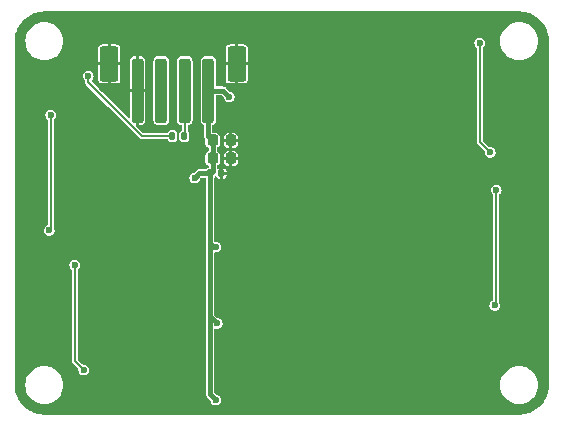
<source format=gbl>
G04 #@! TF.GenerationSoftware,KiCad,Pcbnew,(6.0.0)*
G04 #@! TF.CreationDate,2022-04-16T23:03:05-07:00*
G04 #@! TF.ProjectId,YellCubeLights,59656c6c-4375-4626-954c-69676874732e,rev?*
G04 #@! TF.SameCoordinates,Original*
G04 #@! TF.FileFunction,Copper,L2,Bot*
G04 #@! TF.FilePolarity,Positive*
%FSLAX46Y46*%
G04 Gerber Fmt 4.6, Leading zero omitted, Abs format (unit mm)*
G04 Created by KiCad (PCBNEW (6.0.0)) date 2022-04-16 23:03:05*
%MOMM*%
%LPD*%
G01*
G04 APERTURE LIST*
G04 Aperture macros list*
%AMRoundRect*
0 Rectangle with rounded corners*
0 $1 Rounding radius*
0 $2 $3 $4 $5 $6 $7 $8 $9 X,Y pos of 4 corners*
0 Add a 4 corners polygon primitive as box body*
4,1,4,$2,$3,$4,$5,$6,$7,$8,$9,$2,$3,0*
0 Add four circle primitives for the rounded corners*
1,1,$1+$1,$2,$3*
1,1,$1+$1,$4,$5*
1,1,$1+$1,$6,$7*
1,1,$1+$1,$8,$9*
0 Add four rect primitives between the rounded corners*
20,1,$1+$1,$2,$3,$4,$5,0*
20,1,$1+$1,$4,$5,$6,$7,0*
20,1,$1+$1,$6,$7,$8,$9,0*
20,1,$1+$1,$8,$9,$2,$3,0*%
G04 Aperture macros list end*
G04 #@! TA.AperFunction,SMDPad,CuDef*
%ADD10RoundRect,0.250000X0.250000X2.500000X-0.250000X2.500000X-0.250000X-2.500000X0.250000X-2.500000X0*%
G04 #@! TD*
G04 #@! TA.AperFunction,SMDPad,CuDef*
%ADD11RoundRect,0.250000X0.550000X1.250000X-0.550000X1.250000X-0.550000X-1.250000X0.550000X-1.250000X0*%
G04 #@! TD*
G04 #@! TA.AperFunction,SMDPad,CuDef*
%ADD12RoundRect,0.225000X-0.225000X-0.250000X0.225000X-0.250000X0.225000X0.250000X-0.225000X0.250000X0*%
G04 #@! TD*
G04 #@! TA.AperFunction,SMDPad,CuDef*
%ADD13RoundRect,0.140000X-0.140000X-0.170000X0.140000X-0.170000X0.140000X0.170000X-0.140000X0.170000X0*%
G04 #@! TD*
G04 #@! TA.AperFunction,SMDPad,CuDef*
%ADD14RoundRect,0.135000X0.135000X0.185000X-0.135000X0.185000X-0.135000X-0.185000X0.135000X-0.185000X0*%
G04 #@! TD*
G04 #@! TA.AperFunction,ViaPad*
%ADD15C,0.600000*%
G04 #@! TD*
G04 #@! TA.AperFunction,Conductor*
%ADD16C,0.381000*%
G04 #@! TD*
G04 #@! TA.AperFunction,Conductor*
%ADD17C,0.200000*%
G04 #@! TD*
G04 APERTURE END LIST*
D10*
X144412000Y-85943000D03*
X142412000Y-85943000D03*
X140412000Y-85943000D03*
X138412000Y-85943000D03*
D11*
X136012000Y-83693000D03*
X146812000Y-83693000D03*
D12*
X144767000Y-91694000D03*
X146317000Y-91694000D03*
D13*
X144554000Y-92964000D03*
X145514000Y-92964000D03*
D14*
X142369000Y-89789000D03*
X141349000Y-89789000D03*
D12*
X144767000Y-90170000D03*
X146317000Y-90170000D03*
D15*
X145161000Y-105664000D03*
X145034000Y-99187000D03*
X143256000Y-93345000D03*
X146177000Y-86487000D03*
X145034000Y-112141000D03*
X142748000Y-99822000D03*
X137922000Y-94361000D03*
X142875000Y-106045000D03*
X172593000Y-106172000D03*
X145690895Y-88011000D03*
X152781000Y-82550000D03*
X143383000Y-86487000D03*
X143383000Y-94615000D03*
X158242000Y-112014000D03*
X136652000Y-88900000D03*
X137287000Y-82550000D03*
X172904419Y-99750411D03*
X138049000Y-107061000D03*
X129286000Y-87249000D03*
X165608000Y-99695000D03*
X153162000Y-94234000D03*
X158115000Y-99695000D03*
X158115000Y-106045000D03*
X165735000Y-86487000D03*
X135509000Y-105537000D03*
X137541000Y-86614000D03*
X168275000Y-88011000D03*
X160782000Y-94361000D03*
X143764000Y-107950000D03*
X165608000Y-106045000D03*
X158242000Y-86487000D03*
X153162000Y-88011000D03*
X160655000Y-100711000D03*
X150622000Y-112014000D03*
X150622000Y-86487000D03*
X165608000Y-93345000D03*
X145542000Y-94361000D03*
X145161000Y-82550000D03*
X135382000Y-93345000D03*
X138049000Y-100711000D03*
X135382000Y-99695000D03*
X160655000Y-88011000D03*
X150495000Y-106045000D03*
X153162000Y-100711000D03*
X129286000Y-93599000D03*
X143002000Y-112014000D03*
X129413000Y-99949000D03*
X143764000Y-101600000D03*
X165735000Y-112014000D03*
X168231100Y-100838000D03*
X158115000Y-93345000D03*
X160655000Y-107061000D03*
X153162000Y-107188000D03*
X160147000Y-82550000D03*
X150368000Y-99822000D03*
X150495000Y-93345000D03*
X142875000Y-92329000D03*
X166497000Y-95250000D03*
X166116000Y-88900000D03*
X172866694Y-92348394D03*
X134239000Y-84709000D03*
X167386000Y-81915000D03*
X168275000Y-91186000D03*
X131064000Y-88011000D03*
X130937000Y-97790000D03*
X168783000Y-94361000D03*
X168656000Y-104140000D03*
X133858000Y-109601000D03*
X133096000Y-100711000D03*
D16*
X144554000Y-98834000D02*
X144554000Y-105057000D01*
X144554000Y-105057000D02*
X145161000Y-105664000D01*
X144907000Y-99187000D02*
X145034000Y-99187000D01*
X144554000Y-98834000D02*
X144907000Y-99187000D01*
X143637000Y-92964000D02*
X143256000Y-93345000D01*
X145633000Y-85943000D02*
X146177000Y-86487000D01*
X144412000Y-85943000D02*
X145633000Y-85943000D01*
X144767000Y-92751000D02*
X144554000Y-92964000D01*
X144554000Y-92964000D02*
X143637000Y-92964000D01*
X144412000Y-85943000D02*
X144412000Y-89815000D01*
X144767000Y-90170000D02*
X144767000Y-91694000D01*
X144767000Y-91694000D02*
X144767000Y-92751000D01*
X144412000Y-89815000D02*
X144767000Y-90170000D01*
X144554000Y-105057000D02*
X144554000Y-111661000D01*
X144554000Y-92964000D02*
X144554000Y-98834000D01*
X144554000Y-111661000D02*
X145034000Y-112141000D01*
D17*
X138798178Y-89789000D02*
X136144000Y-87134822D01*
X136144000Y-87134822D02*
X134239000Y-85229822D01*
X141349000Y-89789000D02*
X138798178Y-89789000D01*
X134239000Y-85229822D02*
X134239000Y-84709000D01*
X167386000Y-90297000D02*
X167386000Y-81915000D01*
X168275000Y-91186000D02*
X167386000Y-90297000D01*
X131064000Y-88011000D02*
X131064000Y-97663000D01*
X131064000Y-97663000D02*
X130937000Y-97790000D01*
X168783000Y-94361000D02*
X168783000Y-104013000D01*
X168783000Y-104013000D02*
X168656000Y-104140000D01*
X133096000Y-108839000D02*
X133858000Y-109601000D01*
X133096000Y-100711000D02*
X133096000Y-108839000D01*
X142412000Y-85943000D02*
X142412000Y-89746000D01*
X142412000Y-89746000D02*
X142369000Y-89789000D01*
G04 #@! TA.AperFunction,Conductor*
G36*
X170697862Y-79248926D02*
G01*
X170722000Y-79252749D01*
X170727846Y-79251823D01*
X170727849Y-79251823D01*
X170735590Y-79250597D01*
X170751894Y-79249808D01*
X171021095Y-79266092D01*
X171030109Y-79267187D01*
X171320360Y-79320377D01*
X171329177Y-79322550D01*
X171455575Y-79361937D01*
X171610911Y-79410342D01*
X171619391Y-79413558D01*
X171888491Y-79534670D01*
X171896527Y-79538887D01*
X172149074Y-79691557D01*
X172156533Y-79696706D01*
X172388827Y-79878697D01*
X172395624Y-79884719D01*
X172604281Y-80093376D01*
X172610303Y-80100173D01*
X172792294Y-80332467D01*
X172797443Y-80339926D01*
X172874962Y-80468158D01*
X172950112Y-80592471D01*
X172954330Y-80600509D01*
X173053605Y-80821087D01*
X173075440Y-80869603D01*
X173078660Y-80878094D01*
X173166450Y-81159823D01*
X173168623Y-81168640D01*
X173221813Y-81458891D01*
X173222908Y-81467905D01*
X173239192Y-81737106D01*
X173238403Y-81753410D01*
X173237177Y-81761151D01*
X173236251Y-81767000D01*
X173237177Y-81772846D01*
X173240074Y-81791137D01*
X173241000Y-81802901D01*
X173241000Y-110831099D01*
X173240074Y-110842862D01*
X173236251Y-110867000D01*
X173237177Y-110872846D01*
X173237177Y-110872849D01*
X173238403Y-110880590D01*
X173239192Y-110896894D01*
X173222908Y-111166095D01*
X173221813Y-111175109D01*
X173168623Y-111465360D01*
X173166450Y-111474177D01*
X173129380Y-111593140D01*
X173098764Y-111691391D01*
X173078660Y-111755906D01*
X173075442Y-111764391D01*
X172969406Y-111999995D01*
X172954332Y-112033488D01*
X172950113Y-112041527D01*
X172797443Y-112294074D01*
X172792294Y-112301533D01*
X172629165Y-112509752D01*
X172610303Y-112533827D01*
X172604281Y-112540624D01*
X172395624Y-112749281D01*
X172388827Y-112755303D01*
X172156533Y-112937294D01*
X172149074Y-112942443D01*
X171896529Y-113095112D01*
X171888491Y-113099330D01*
X171619391Y-113220442D01*
X171610911Y-113223658D01*
X171455575Y-113272063D01*
X171329177Y-113311450D01*
X171320360Y-113313623D01*
X171030109Y-113366813D01*
X171021095Y-113367908D01*
X170751894Y-113384192D01*
X170735590Y-113383403D01*
X170727849Y-113382177D01*
X170727846Y-113382177D01*
X170722000Y-113381251D01*
X170700300Y-113384688D01*
X170697863Y-113385074D01*
X170686099Y-113386000D01*
X130557901Y-113386000D01*
X130546137Y-113385074D01*
X130543700Y-113384688D01*
X130522000Y-113381251D01*
X130516154Y-113382177D01*
X130516151Y-113382177D01*
X130508410Y-113383403D01*
X130492106Y-113384192D01*
X130222905Y-113367908D01*
X130213891Y-113366813D01*
X129923640Y-113313623D01*
X129914823Y-113311450D01*
X129788425Y-113272063D01*
X129633089Y-113223658D01*
X129624609Y-113220442D01*
X129355509Y-113099330D01*
X129347471Y-113095112D01*
X129094926Y-112942443D01*
X129087467Y-112937294D01*
X128855173Y-112755303D01*
X128848376Y-112749281D01*
X128639719Y-112540624D01*
X128633697Y-112533827D01*
X128614835Y-112509752D01*
X128451706Y-112301533D01*
X128446557Y-112294074D01*
X128293887Y-112041527D01*
X128289668Y-112033488D01*
X128274594Y-111999995D01*
X128168558Y-111764391D01*
X128165340Y-111755906D01*
X128145237Y-111691391D01*
X128114620Y-111593140D01*
X128077550Y-111474177D01*
X128075377Y-111465360D01*
X128022187Y-111175109D01*
X128021092Y-111166095D01*
X128004808Y-110896894D01*
X128005597Y-110880590D01*
X128006823Y-110872849D01*
X128006823Y-110872846D01*
X128007747Y-110867012D01*
X128916540Y-110867012D01*
X128936306Y-111118160D01*
X128995116Y-111363123D01*
X129091523Y-111595871D01*
X129093068Y-111598393D01*
X129093070Y-111598396D01*
X129146763Y-111686014D01*
X129223153Y-111810671D01*
X129386765Y-112002236D01*
X129578330Y-112165848D01*
X129580853Y-112167394D01*
X129790605Y-112295931D01*
X129790608Y-112295933D01*
X129793130Y-112297478D01*
X129802937Y-112301540D01*
X130023144Y-112392753D01*
X130023149Y-112392755D01*
X130025878Y-112393885D01*
X130028755Y-112394576D01*
X130028759Y-112394577D01*
X130255557Y-112449026D01*
X130270841Y-112452695D01*
X130273785Y-112452927D01*
X130273787Y-112452927D01*
X130457629Y-112467396D01*
X130457637Y-112467396D01*
X130459107Y-112467512D01*
X130584871Y-112467512D01*
X130586341Y-112467396D01*
X130586349Y-112467396D01*
X130770191Y-112452927D01*
X130770193Y-112452927D01*
X130773137Y-112452695D01*
X130788421Y-112449026D01*
X131015219Y-112394577D01*
X131015223Y-112394576D01*
X131018100Y-112393885D01*
X131020829Y-112392755D01*
X131020834Y-112392753D01*
X131241041Y-112301540D01*
X131250848Y-112297478D01*
X131253370Y-112295933D01*
X131253373Y-112295931D01*
X131463125Y-112167394D01*
X131465648Y-112165848D01*
X131657213Y-112002236D01*
X131820825Y-111810671D01*
X131897215Y-111686014D01*
X131950908Y-111598396D01*
X131950910Y-111598393D01*
X131952455Y-111595871D01*
X132048862Y-111363123D01*
X132107672Y-111118160D01*
X132127438Y-110867012D01*
X132107672Y-110615864D01*
X132048862Y-110370901D01*
X131952455Y-110138153D01*
X131900132Y-110052769D01*
X131822371Y-109925876D01*
X131820825Y-109923353D01*
X131657213Y-109731788D01*
X131465648Y-109568176D01*
X131376969Y-109513833D01*
X131253373Y-109438093D01*
X131253370Y-109438091D01*
X131250848Y-109436546D01*
X131064509Y-109359362D01*
X131020834Y-109341271D01*
X131020829Y-109341269D01*
X131018100Y-109340139D01*
X131015223Y-109339448D01*
X131015219Y-109339447D01*
X130776011Y-109282019D01*
X130773137Y-109281329D01*
X130770193Y-109281097D01*
X130770191Y-109281097D01*
X130586349Y-109266628D01*
X130586341Y-109266628D01*
X130584871Y-109266512D01*
X130459107Y-109266512D01*
X130457637Y-109266628D01*
X130457629Y-109266628D01*
X130273787Y-109281097D01*
X130273785Y-109281097D01*
X130270841Y-109281329D01*
X130267967Y-109282019D01*
X130028759Y-109339447D01*
X130028755Y-109339448D01*
X130025878Y-109340139D01*
X130023149Y-109341269D01*
X130023144Y-109341271D01*
X129979469Y-109359362D01*
X129793130Y-109436546D01*
X129790608Y-109438091D01*
X129790605Y-109438093D01*
X129667009Y-109513833D01*
X129578330Y-109568176D01*
X129386765Y-109731788D01*
X129223153Y-109923353D01*
X129221607Y-109925876D01*
X129143847Y-110052769D01*
X129091523Y-110138153D01*
X128995116Y-110370901D01*
X128936306Y-110615864D01*
X128916540Y-110867012D01*
X128007747Y-110867012D01*
X128007749Y-110867000D01*
X128003926Y-110842862D01*
X128003000Y-110831099D01*
X128003000Y-100705410D01*
X132638477Y-100705410D01*
X132639171Y-100710717D01*
X132639171Y-100710720D01*
X132641045Y-100725049D01*
X132655298Y-100834046D01*
X132707547Y-100952791D01*
X132791023Y-101052098D01*
X132795482Y-101055066D01*
X132809569Y-101064443D01*
X132840059Y-101105873D01*
X132843100Y-101127043D01*
X132843100Y-108806684D01*
X132841655Y-108821352D01*
X132838145Y-108839000D01*
X132843100Y-108863911D01*
X132857773Y-108937677D01*
X132913669Y-109021331D01*
X132919826Y-109025445D01*
X132928629Y-109031327D01*
X132940024Y-109040679D01*
X133165974Y-109266628D01*
X133386172Y-109486826D01*
X133407912Y-109533446D01*
X133407303Y-109551569D01*
X133403440Y-109576381D01*
X133400477Y-109595410D01*
X133401171Y-109600717D01*
X133401171Y-109600720D01*
X133403045Y-109615049D01*
X133417298Y-109724046D01*
X133419457Y-109728952D01*
X133419457Y-109728953D01*
X133422041Y-109734826D01*
X133469547Y-109842791D01*
X133553023Y-109942098D01*
X133661017Y-110013984D01*
X133784845Y-110052671D01*
X133851716Y-110053896D01*
X133909193Y-110054950D01*
X133909195Y-110054950D01*
X133914555Y-110055048D01*
X133919726Y-110053638D01*
X133919728Y-110053638D01*
X133987058Y-110035282D01*
X134039718Y-110020925D01*
X134150273Y-109953044D01*
X134153865Y-109949076D01*
X134153867Y-109949074D01*
X134190481Y-109908623D01*
X134237332Y-109856863D01*
X134293897Y-109740112D01*
X134315420Y-109612179D01*
X134315557Y-109601000D01*
X134315145Y-109598122D01*
X134297925Y-109477876D01*
X134297924Y-109477873D01*
X134297166Y-109472579D01*
X134280783Y-109436546D01*
X134245689Y-109359362D01*
X134245688Y-109359361D01*
X134243470Y-109354482D01*
X134231112Y-109340139D01*
X134162282Y-109260258D01*
X134162281Y-109260257D01*
X134158787Y-109256202D01*
X134049923Y-109185640D01*
X134007367Y-109172913D01*
X133930765Y-109150004D01*
X133930762Y-109150004D01*
X133925631Y-109148469D01*
X133920276Y-109148436D01*
X133920274Y-109148436D01*
X133795902Y-109147676D01*
X133795915Y-109145575D01*
X133753748Y-109136454D01*
X133740653Y-109125998D01*
X133370926Y-108756271D01*
X133349186Y-108709651D01*
X133348900Y-108703097D01*
X133348900Y-101129290D01*
X133366493Y-101080952D01*
X133379777Y-101069497D01*
X133379587Y-101069268D01*
X133383709Y-101065847D01*
X133388273Y-101063044D01*
X133391865Y-101059076D01*
X133391867Y-101059074D01*
X133428481Y-101018623D01*
X133475332Y-100966863D01*
X133531897Y-100850112D01*
X133553420Y-100722179D01*
X133553557Y-100711000D01*
X133553145Y-100708122D01*
X133535925Y-100587876D01*
X133535924Y-100587873D01*
X133535166Y-100582579D01*
X133481470Y-100464482D01*
X133473969Y-100455776D01*
X133400282Y-100370258D01*
X133400281Y-100370257D01*
X133396787Y-100366202D01*
X133391157Y-100362553D01*
X133292416Y-100298552D01*
X133292415Y-100298551D01*
X133287923Y-100295640D01*
X133245367Y-100282913D01*
X133168765Y-100260004D01*
X133168762Y-100260004D01*
X133163631Y-100258469D01*
X133158276Y-100258436D01*
X133158274Y-100258436D01*
X133100164Y-100258081D01*
X133033902Y-100257676D01*
X132909166Y-100293326D01*
X132799448Y-100362553D01*
X132713570Y-100459791D01*
X132658436Y-100577223D01*
X132638477Y-100705410D01*
X128003000Y-100705410D01*
X128003000Y-97784410D01*
X130479477Y-97784410D01*
X130480171Y-97789717D01*
X130480171Y-97789720D01*
X130482045Y-97804049D01*
X130496298Y-97913046D01*
X130548547Y-98031791D01*
X130632023Y-98131098D01*
X130740017Y-98202984D01*
X130863845Y-98241671D01*
X130930716Y-98242896D01*
X130988193Y-98243950D01*
X130988195Y-98243950D01*
X130993555Y-98244048D01*
X130998726Y-98242638D01*
X130998728Y-98242638D01*
X131066058Y-98224282D01*
X131118718Y-98209925D01*
X131229273Y-98142044D01*
X131232865Y-98138076D01*
X131232867Y-98138074D01*
X131269481Y-98097623D01*
X131316332Y-98045863D01*
X131372897Y-97929112D01*
X131394420Y-97801179D01*
X131394557Y-97790000D01*
X131394145Y-97787122D01*
X131376925Y-97666876D01*
X131376924Y-97666873D01*
X131376166Y-97661579D01*
X131323644Y-97546064D01*
X131316900Y-97514939D01*
X131316900Y-93339410D01*
X142798477Y-93339410D01*
X142799171Y-93344717D01*
X142799171Y-93344720D01*
X142803349Y-93376668D01*
X142815298Y-93468046D01*
X142867547Y-93586791D01*
X142951023Y-93686098D01*
X143059017Y-93757984D01*
X143182845Y-93796671D01*
X143249716Y-93797896D01*
X143307193Y-93798950D01*
X143307195Y-93798950D01*
X143312555Y-93799048D01*
X143317726Y-93797638D01*
X143317728Y-93797638D01*
X143385058Y-93779282D01*
X143437718Y-93764925D01*
X143548273Y-93697044D01*
X143551865Y-93693076D01*
X143551867Y-93693074D01*
X143588481Y-93652623D01*
X143635332Y-93600863D01*
X143691897Y-93484112D01*
X143701606Y-93426400D01*
X143705986Y-93400369D01*
X143726970Y-93359671D01*
X143757215Y-93329426D01*
X143803835Y-93307686D01*
X143810389Y-93307400D01*
X144135400Y-93307400D01*
X144183738Y-93324993D01*
X144209458Y-93369542D01*
X144210600Y-93382600D01*
X144210600Y-98815730D01*
X144210314Y-98822284D01*
X144206630Y-98864391D01*
X144208333Y-98870746D01*
X144208630Y-98874142D01*
X144210600Y-98889109D01*
X144210600Y-105038730D01*
X144210314Y-105045284D01*
X144206630Y-105087391D01*
X144208333Y-105093746D01*
X144208630Y-105097142D01*
X144210600Y-105112109D01*
X144210600Y-111642730D01*
X144210314Y-111649284D01*
X144206630Y-111691391D01*
X144208333Y-111697747D01*
X144217573Y-111732235D01*
X144218992Y-111738637D01*
X144226332Y-111780261D01*
X144229622Y-111785960D01*
X144230787Y-111789160D01*
X144234835Y-111798935D01*
X144236271Y-111802015D01*
X144237973Y-111808366D01*
X144241746Y-111813754D01*
X144241747Y-111813757D01*
X144262222Y-111843000D01*
X144265745Y-111848529D01*
X144283593Y-111879441D01*
X144283595Y-111879444D01*
X144286883Y-111885138D01*
X144291919Y-111889364D01*
X144291921Y-111889366D01*
X144319264Y-111912309D01*
X144324100Y-111916741D01*
X144563472Y-112156113D01*
X144584862Y-112199536D01*
X144593298Y-112264046D01*
X144595457Y-112268952D01*
X144595457Y-112268953D01*
X144607328Y-112295931D01*
X144645547Y-112382791D01*
X144729023Y-112482098D01*
X144837017Y-112553984D01*
X144960845Y-112592671D01*
X145027716Y-112593896D01*
X145085193Y-112594950D01*
X145085195Y-112594950D01*
X145090555Y-112595048D01*
X145095726Y-112593638D01*
X145095728Y-112593638D01*
X145163058Y-112575282D01*
X145215718Y-112560925D01*
X145326273Y-112493044D01*
X145329865Y-112489076D01*
X145329867Y-112489074D01*
X145366481Y-112448623D01*
X145413332Y-112396863D01*
X145469897Y-112280112D01*
X145491420Y-112152179D01*
X145491557Y-112141000D01*
X145476755Y-112037638D01*
X145473925Y-112017876D01*
X145473924Y-112017873D01*
X145473166Y-112012579D01*
X145419470Y-111894482D01*
X145377429Y-111845690D01*
X145338282Y-111800258D01*
X145338281Y-111800257D01*
X145334787Y-111796202D01*
X145245975Y-111738637D01*
X145230416Y-111728552D01*
X145230415Y-111728551D01*
X145225923Y-111725640D01*
X145183367Y-111712913D01*
X145106765Y-111690004D01*
X145106762Y-111690004D01*
X145101631Y-111688469D01*
X145096275Y-111688436D01*
X145090973Y-111687644D01*
X145091217Y-111686014D01*
X145049540Y-111670550D01*
X145045061Y-111666420D01*
X144919426Y-111540785D01*
X144897686Y-111494165D01*
X144897400Y-111487611D01*
X144897400Y-110867012D01*
X169116562Y-110867012D01*
X169136328Y-111118160D01*
X169195138Y-111363123D01*
X169291545Y-111595871D01*
X169293090Y-111598393D01*
X169293092Y-111598396D01*
X169346785Y-111686014D01*
X169423175Y-111810671D01*
X169586787Y-112002236D01*
X169778352Y-112165848D01*
X169780875Y-112167394D01*
X169990627Y-112295931D01*
X169990630Y-112295933D01*
X169993152Y-112297478D01*
X170002959Y-112301540D01*
X170223166Y-112392753D01*
X170223171Y-112392755D01*
X170225900Y-112393885D01*
X170228777Y-112394576D01*
X170228781Y-112394577D01*
X170455579Y-112449026D01*
X170470863Y-112452695D01*
X170473807Y-112452927D01*
X170473809Y-112452927D01*
X170657651Y-112467396D01*
X170657659Y-112467396D01*
X170659129Y-112467512D01*
X170784893Y-112467512D01*
X170786363Y-112467396D01*
X170786371Y-112467396D01*
X170970213Y-112452927D01*
X170970215Y-112452927D01*
X170973159Y-112452695D01*
X170988443Y-112449026D01*
X171215241Y-112394577D01*
X171215245Y-112394576D01*
X171218122Y-112393885D01*
X171220851Y-112392755D01*
X171220856Y-112392753D01*
X171441063Y-112301540D01*
X171450870Y-112297478D01*
X171453392Y-112295933D01*
X171453395Y-112295931D01*
X171663147Y-112167394D01*
X171665670Y-112165848D01*
X171857235Y-112002236D01*
X172020847Y-111810671D01*
X172097237Y-111686014D01*
X172150930Y-111598396D01*
X172150932Y-111598393D01*
X172152477Y-111595871D01*
X172248884Y-111363123D01*
X172307694Y-111118160D01*
X172327460Y-110867012D01*
X172307694Y-110615864D01*
X172248884Y-110370901D01*
X172152477Y-110138153D01*
X172100154Y-110052769D01*
X172022393Y-109925876D01*
X172020847Y-109923353D01*
X171857235Y-109731788D01*
X171665670Y-109568176D01*
X171576991Y-109513833D01*
X171453395Y-109438093D01*
X171453392Y-109438091D01*
X171450870Y-109436546D01*
X171264531Y-109359362D01*
X171220856Y-109341271D01*
X171220851Y-109341269D01*
X171218122Y-109340139D01*
X171215245Y-109339448D01*
X171215241Y-109339447D01*
X170976033Y-109282019D01*
X170973159Y-109281329D01*
X170970215Y-109281097D01*
X170970213Y-109281097D01*
X170786371Y-109266628D01*
X170786363Y-109266628D01*
X170784893Y-109266512D01*
X170659129Y-109266512D01*
X170657659Y-109266628D01*
X170657651Y-109266628D01*
X170473809Y-109281097D01*
X170473807Y-109281097D01*
X170470863Y-109281329D01*
X170467989Y-109282019D01*
X170228781Y-109339447D01*
X170228777Y-109339448D01*
X170225900Y-109340139D01*
X170223171Y-109341269D01*
X170223166Y-109341271D01*
X170179491Y-109359362D01*
X169993152Y-109436546D01*
X169990630Y-109438091D01*
X169990627Y-109438093D01*
X169867031Y-109513833D01*
X169778352Y-109568176D01*
X169586787Y-109731788D01*
X169423175Y-109923353D01*
X169421629Y-109925876D01*
X169343869Y-110052769D01*
X169291545Y-110138153D01*
X169195138Y-110370901D01*
X169136328Y-110615864D01*
X169116562Y-110867012D01*
X144897400Y-110867012D01*
X144897400Y-106158450D01*
X144914993Y-106110112D01*
X144959542Y-106084392D01*
X144995025Y-106086672D01*
X145034724Y-106099075D01*
X145087845Y-106115671D01*
X145154716Y-106116896D01*
X145212193Y-106117950D01*
X145212195Y-106117950D01*
X145217555Y-106118048D01*
X145222726Y-106116638D01*
X145222728Y-106116638D01*
X145290058Y-106098282D01*
X145342718Y-106083925D01*
X145453273Y-106016044D01*
X145456865Y-106012076D01*
X145456867Y-106012074D01*
X145493481Y-105971623D01*
X145540332Y-105919863D01*
X145596897Y-105803112D01*
X145618420Y-105675179D01*
X145618557Y-105664000D01*
X145600166Y-105535579D01*
X145546470Y-105417482D01*
X145461787Y-105319202D01*
X145352923Y-105248640D01*
X145310367Y-105235913D01*
X145233765Y-105213004D01*
X145233762Y-105213004D01*
X145228631Y-105211469D01*
X145223275Y-105211436D01*
X145217973Y-105210644D01*
X145218217Y-105209014D01*
X145176540Y-105193550D01*
X145172061Y-105189420D01*
X144919426Y-104936785D01*
X144897686Y-104890165D01*
X144897400Y-104883611D01*
X144897400Y-104134410D01*
X168198477Y-104134410D01*
X168199171Y-104139717D01*
X168199171Y-104139720D01*
X168201045Y-104154049D01*
X168215298Y-104263046D01*
X168267547Y-104381791D01*
X168351023Y-104481098D01*
X168459017Y-104552984D01*
X168582845Y-104591671D01*
X168649716Y-104592896D01*
X168707193Y-104593950D01*
X168707195Y-104593950D01*
X168712555Y-104594048D01*
X168717726Y-104592638D01*
X168717728Y-104592638D01*
X168785058Y-104574282D01*
X168837718Y-104559925D01*
X168948273Y-104492044D01*
X168951865Y-104488076D01*
X168951867Y-104488074D01*
X168988481Y-104447623D01*
X169035332Y-104395863D01*
X169091897Y-104279112D01*
X169113420Y-104151179D01*
X169113557Y-104140000D01*
X169113145Y-104137122D01*
X169095925Y-104016876D01*
X169095924Y-104016873D01*
X169095166Y-104011579D01*
X169042644Y-103896064D01*
X169035900Y-103864939D01*
X169035900Y-94779290D01*
X169053493Y-94730952D01*
X169066777Y-94719497D01*
X169066587Y-94719268D01*
X169070709Y-94715847D01*
X169075273Y-94713044D01*
X169078865Y-94709076D01*
X169078867Y-94709074D01*
X169115481Y-94668623D01*
X169162332Y-94616863D01*
X169218897Y-94500112D01*
X169240420Y-94372179D01*
X169240557Y-94361000D01*
X169240145Y-94358122D01*
X169222925Y-94237876D01*
X169222924Y-94237873D01*
X169222166Y-94232579D01*
X169168470Y-94114482D01*
X169160969Y-94105776D01*
X169087282Y-94020258D01*
X169087281Y-94020257D01*
X169083787Y-94016202D01*
X169078157Y-94012553D01*
X168979416Y-93948552D01*
X168979415Y-93948551D01*
X168974923Y-93945640D01*
X168932367Y-93932913D01*
X168855765Y-93910004D01*
X168855762Y-93910004D01*
X168850631Y-93908469D01*
X168845276Y-93908436D01*
X168845274Y-93908436D01*
X168787164Y-93908081D01*
X168720902Y-93907676D01*
X168596166Y-93943326D01*
X168486448Y-94012553D01*
X168400570Y-94109791D01*
X168345436Y-94227223D01*
X168325477Y-94355410D01*
X168326171Y-94360717D01*
X168326171Y-94360720D01*
X168328045Y-94375049D01*
X168342298Y-94484046D01*
X168394547Y-94602791D01*
X168478023Y-94702098D01*
X168482482Y-94705066D01*
X168496569Y-94714443D01*
X168527059Y-94755873D01*
X168530100Y-94777043D01*
X168530100Y-103648192D01*
X168512507Y-103696530D01*
X168479023Y-103718254D01*
X168479207Y-103718666D01*
X168476565Y-103719848D01*
X168475566Y-103720496D01*
X168474319Y-103720852D01*
X168474311Y-103720856D01*
X168469166Y-103722326D01*
X168359448Y-103791553D01*
X168273570Y-103888791D01*
X168218436Y-104006223D01*
X168198477Y-104134410D01*
X144897400Y-104134410D01*
X144897400Y-99714099D01*
X144914993Y-99665761D01*
X144959542Y-99640041D01*
X144973978Y-99638912D01*
X145085193Y-99640950D01*
X145085195Y-99640950D01*
X145090555Y-99641048D01*
X145095726Y-99639638D01*
X145095728Y-99639638D01*
X145171981Y-99618849D01*
X145215718Y-99606925D01*
X145326273Y-99539044D01*
X145329865Y-99535076D01*
X145329867Y-99535074D01*
X145366481Y-99494623D01*
X145413332Y-99442863D01*
X145469897Y-99326112D01*
X145491420Y-99198179D01*
X145491557Y-99187000D01*
X145473166Y-99058579D01*
X145419470Y-98940482D01*
X145375205Y-98889109D01*
X145338282Y-98846258D01*
X145338281Y-98846257D01*
X145334787Y-98842202D01*
X145225923Y-98771640D01*
X145183367Y-98758913D01*
X145106765Y-98736004D01*
X145106762Y-98736004D01*
X145101631Y-98734469D01*
X145096276Y-98734436D01*
X145096274Y-98734436D01*
X144972140Y-98733677D01*
X144923911Y-98715788D01*
X144898464Y-98671083D01*
X144897400Y-98658478D01*
X144897400Y-93375992D01*
X144914993Y-93327654D01*
X144919379Y-93322864D01*
X144934957Y-93307259D01*
X144934958Y-93307258D01*
X144939862Y-93302345D01*
X144965487Y-93244384D01*
X145001123Y-93207288D01*
X145052267Y-93201778D01*
X145094988Y-93230431D01*
X145102990Y-93244265D01*
X145126033Y-93296142D01*
X145133762Y-93307388D01*
X145201028Y-93374537D01*
X145212293Y-93382250D01*
X145300395Y-93421200D01*
X145311186Y-93424142D01*
X145328392Y-93426148D01*
X145332731Y-93426400D01*
X145373741Y-93426400D01*
X145383898Y-93422703D01*
X145387000Y-93417331D01*
X145387000Y-93413140D01*
X145641000Y-93413140D01*
X145644697Y-93423297D01*
X145650069Y-93426399D01*
X145695227Y-93426399D01*
X145699644Y-93426137D01*
X145717337Y-93424033D01*
X145728092Y-93421077D01*
X145816144Y-93381966D01*
X145827388Y-93374238D01*
X145894537Y-93306972D01*
X145902250Y-93295707D01*
X145941200Y-93207605D01*
X145944142Y-93196814D01*
X145946148Y-93179608D01*
X145946400Y-93175269D01*
X145946400Y-93104259D01*
X145942703Y-93094102D01*
X145937331Y-93091000D01*
X145654259Y-93091000D01*
X145644102Y-93094697D01*
X145641000Y-93100069D01*
X145641000Y-93413140D01*
X145387000Y-93413140D01*
X145387000Y-92823741D01*
X145641000Y-92823741D01*
X145644697Y-92833898D01*
X145650069Y-92837000D01*
X145933140Y-92837000D01*
X145943297Y-92833303D01*
X145946399Y-92827931D01*
X145946399Y-92752773D01*
X145946137Y-92748356D01*
X145944033Y-92730663D01*
X145941077Y-92719908D01*
X145901966Y-92631856D01*
X145894238Y-92620612D01*
X145826972Y-92553463D01*
X145815707Y-92545750D01*
X145727605Y-92506800D01*
X145716814Y-92503858D01*
X145699608Y-92501852D01*
X145695269Y-92501600D01*
X145654259Y-92501600D01*
X145644102Y-92505297D01*
X145641000Y-92510669D01*
X145641000Y-92823741D01*
X145387000Y-92823741D01*
X145387000Y-92514860D01*
X145383303Y-92504703D01*
X145377931Y-92501601D01*
X145332773Y-92501601D01*
X145328356Y-92501863D01*
X145310663Y-92503967D01*
X145299908Y-92506923D01*
X145216127Y-92544137D01*
X145164809Y-92547681D01*
X145123220Y-92517409D01*
X145110400Y-92475412D01*
X145110400Y-92353741D01*
X145127993Y-92305403D01*
X145152456Y-92286239D01*
X145186885Y-92269336D01*
X145209450Y-92258257D01*
X145209451Y-92258256D01*
X145215026Y-92255519D01*
X145219413Y-92251125D01*
X145219415Y-92251123D01*
X145259253Y-92211215D01*
X145303908Y-92166482D01*
X145306637Y-92160898D01*
X145306639Y-92160896D01*
X145356595Y-92058695D01*
X145359157Y-92053454D01*
X145369900Y-91979815D01*
X145369900Y-91977018D01*
X145714601Y-91977018D01*
X145715002Y-91982488D01*
X145724669Y-92048168D01*
X145728095Y-92059193D01*
X145778155Y-92161155D01*
X145785289Y-92171120D01*
X145865415Y-92251104D01*
X145875397Y-92258225D01*
X145977449Y-92308109D01*
X145988463Y-92311513D01*
X146053530Y-92321006D01*
X146058963Y-92321400D01*
X146176741Y-92321400D01*
X146186898Y-92317703D01*
X146190000Y-92312331D01*
X146190000Y-92308140D01*
X146444000Y-92308140D01*
X146447697Y-92318297D01*
X146453069Y-92321399D01*
X146575018Y-92321399D01*
X146580488Y-92320998D01*
X146646168Y-92311331D01*
X146657193Y-92307905D01*
X146759155Y-92257845D01*
X146769120Y-92250711D01*
X146849104Y-92170585D01*
X146856225Y-92160603D01*
X146906109Y-92058551D01*
X146909513Y-92047537D01*
X146919006Y-91982470D01*
X146919400Y-91977037D01*
X146919400Y-91834259D01*
X146915703Y-91824102D01*
X146910331Y-91821000D01*
X146457259Y-91821000D01*
X146447102Y-91824697D01*
X146444000Y-91830069D01*
X146444000Y-92308140D01*
X146190000Y-92308140D01*
X146190000Y-91834259D01*
X146186303Y-91824102D01*
X146180931Y-91821000D01*
X145727860Y-91821000D01*
X145717703Y-91824697D01*
X145714601Y-91830069D01*
X145714601Y-91977018D01*
X145369900Y-91977018D01*
X145369899Y-91553741D01*
X145714600Y-91553741D01*
X145718297Y-91563898D01*
X145723669Y-91567000D01*
X146176741Y-91567000D01*
X146186898Y-91563303D01*
X146190000Y-91557931D01*
X146190000Y-91553741D01*
X146444000Y-91553741D01*
X146447697Y-91563898D01*
X146453069Y-91567000D01*
X146906140Y-91567000D01*
X146916297Y-91563303D01*
X146919399Y-91557931D01*
X146919399Y-91410982D01*
X146918998Y-91405512D01*
X146909331Y-91339832D01*
X146905905Y-91328807D01*
X146855845Y-91226845D01*
X146848711Y-91216880D01*
X146768585Y-91136896D01*
X146758603Y-91129775D01*
X146656551Y-91079891D01*
X146645537Y-91076487D01*
X146580470Y-91066994D01*
X146575037Y-91066600D01*
X146457259Y-91066600D01*
X146447102Y-91070297D01*
X146444000Y-91075669D01*
X146444000Y-91553741D01*
X146190000Y-91553741D01*
X146190000Y-91079860D01*
X146186303Y-91069703D01*
X146180931Y-91066601D01*
X146058982Y-91066601D01*
X146053512Y-91067002D01*
X145987832Y-91076669D01*
X145976807Y-91080095D01*
X145874845Y-91130155D01*
X145864880Y-91137289D01*
X145784896Y-91217415D01*
X145777775Y-91227397D01*
X145727891Y-91329449D01*
X145724487Y-91340463D01*
X145714994Y-91405530D01*
X145714600Y-91410963D01*
X145714600Y-91553741D01*
X145369899Y-91553741D01*
X145369899Y-91408186D01*
X145358966Y-91333905D01*
X145354649Y-91325112D01*
X145306257Y-91226550D01*
X145306256Y-91226549D01*
X145303519Y-91220974D01*
X145299124Y-91216586D01*
X145299122Y-91216584D01*
X145257584Y-91175119D01*
X145214482Y-91132092D01*
X145152576Y-91101832D01*
X145116875Y-91064798D01*
X145110400Y-91034271D01*
X145110400Y-90829741D01*
X145127993Y-90781403D01*
X145152456Y-90762239D01*
X145186885Y-90745336D01*
X145209450Y-90734257D01*
X145209451Y-90734256D01*
X145215026Y-90731519D01*
X145219413Y-90727125D01*
X145219415Y-90727123D01*
X145259253Y-90687215D01*
X145303908Y-90642482D01*
X145306637Y-90636898D01*
X145306639Y-90636896D01*
X145356595Y-90534695D01*
X145359157Y-90529454D01*
X145369900Y-90455815D01*
X145369900Y-90453018D01*
X145714601Y-90453018D01*
X145715002Y-90458488D01*
X145724669Y-90524168D01*
X145728095Y-90535193D01*
X145778155Y-90637155D01*
X145785289Y-90647120D01*
X145865415Y-90727104D01*
X145875397Y-90734225D01*
X145977449Y-90784109D01*
X145988463Y-90787513D01*
X146053530Y-90797006D01*
X146058963Y-90797400D01*
X146176741Y-90797400D01*
X146186898Y-90793703D01*
X146190000Y-90788331D01*
X146190000Y-90784140D01*
X146444000Y-90784140D01*
X146447697Y-90794297D01*
X146453069Y-90797399D01*
X146575018Y-90797399D01*
X146580488Y-90796998D01*
X146646168Y-90787331D01*
X146657193Y-90783905D01*
X146759155Y-90733845D01*
X146769120Y-90726711D01*
X146849104Y-90646585D01*
X146856225Y-90636603D01*
X146906109Y-90534551D01*
X146909513Y-90523537D01*
X146919006Y-90458470D01*
X146919400Y-90453037D01*
X146919400Y-90310259D01*
X146915703Y-90300102D01*
X146910331Y-90297000D01*
X146457259Y-90297000D01*
X146447102Y-90300697D01*
X146444000Y-90306069D01*
X146444000Y-90784140D01*
X146190000Y-90784140D01*
X146190000Y-90310259D01*
X146186303Y-90300102D01*
X146180931Y-90297000D01*
X145727860Y-90297000D01*
X145717703Y-90300697D01*
X145714601Y-90306069D01*
X145714601Y-90453018D01*
X145369900Y-90453018D01*
X145369899Y-90029741D01*
X145714600Y-90029741D01*
X145718297Y-90039898D01*
X145723669Y-90043000D01*
X146176741Y-90043000D01*
X146186898Y-90039303D01*
X146190000Y-90033931D01*
X146190000Y-90029741D01*
X146444000Y-90029741D01*
X146447697Y-90039898D01*
X146453069Y-90043000D01*
X146906140Y-90043000D01*
X146916297Y-90039303D01*
X146919399Y-90033931D01*
X146919399Y-89886982D01*
X146918998Y-89881512D01*
X146909331Y-89815832D01*
X146905905Y-89804807D01*
X146855845Y-89702845D01*
X146848711Y-89692880D01*
X146768585Y-89612896D01*
X146758603Y-89605775D01*
X146656551Y-89555891D01*
X146645537Y-89552487D01*
X146580470Y-89542994D01*
X146575037Y-89542600D01*
X146457259Y-89542600D01*
X146447102Y-89546297D01*
X146444000Y-89551669D01*
X146444000Y-90029741D01*
X146190000Y-90029741D01*
X146190000Y-89555860D01*
X146186303Y-89545703D01*
X146180931Y-89542601D01*
X146058982Y-89542601D01*
X146053512Y-89543002D01*
X145987832Y-89552669D01*
X145976807Y-89556095D01*
X145874845Y-89606155D01*
X145864880Y-89613289D01*
X145784896Y-89693415D01*
X145777775Y-89703397D01*
X145727891Y-89805449D01*
X145724487Y-89816463D01*
X145714994Y-89881530D01*
X145714600Y-89886963D01*
X145714600Y-90029741D01*
X145369899Y-90029741D01*
X145369899Y-89884186D01*
X145358966Y-89809905D01*
X145354110Y-89800015D01*
X145306257Y-89702550D01*
X145306256Y-89702549D01*
X145303519Y-89696974D01*
X145299124Y-89692586D01*
X145299122Y-89692584D01*
X145259161Y-89652694D01*
X145214482Y-89608092D01*
X145208898Y-89605363D01*
X145208896Y-89605361D01*
X145114185Y-89559066D01*
X145101454Y-89552843D01*
X145056584Y-89546297D01*
X145030518Y-89542494D01*
X145030513Y-89542494D01*
X145027815Y-89542100D01*
X145018272Y-89542100D01*
X144830599Y-89542101D01*
X144782263Y-89524508D01*
X144756543Y-89479960D01*
X144755400Y-89466901D01*
X144755400Y-88893678D01*
X144772993Y-88845340D01*
X144796458Y-88826675D01*
X144901771Y-88773016D01*
X144992016Y-88682771D01*
X145049957Y-88569055D01*
X145064900Y-88474708D01*
X145064900Y-86361600D01*
X145082493Y-86313262D01*
X145127042Y-86287542D01*
X145140100Y-86286400D01*
X145459611Y-86286400D01*
X145507949Y-86303993D01*
X145512785Y-86308426D01*
X145706472Y-86502113D01*
X145727862Y-86545536D01*
X145736298Y-86610046D01*
X145788547Y-86728791D01*
X145872023Y-86828098D01*
X145980017Y-86899984D01*
X146103845Y-86938671D01*
X146170716Y-86939896D01*
X146228193Y-86940950D01*
X146228195Y-86940950D01*
X146233555Y-86941048D01*
X146238726Y-86939638D01*
X146238728Y-86939638D01*
X146306058Y-86921282D01*
X146358718Y-86906925D01*
X146469273Y-86839044D01*
X146472865Y-86835076D01*
X146472867Y-86835074D01*
X146509481Y-86794623D01*
X146556332Y-86742863D01*
X146612897Y-86626112D01*
X146634420Y-86498179D01*
X146634557Y-86487000D01*
X146616166Y-86358579D01*
X146613950Y-86353705D01*
X146564689Y-86245362D01*
X146564688Y-86245361D01*
X146562470Y-86240482D01*
X146477787Y-86142202D01*
X146368923Y-86071640D01*
X146326367Y-86058913D01*
X146249765Y-86036004D01*
X146249762Y-86036004D01*
X146244631Y-86034469D01*
X146239275Y-86034436D01*
X146233973Y-86033644D01*
X146234217Y-86032014D01*
X146192540Y-86016550D01*
X146188061Y-86012420D01*
X145888740Y-85713099D01*
X145884307Y-85708262D01*
X145861366Y-85680922D01*
X145857138Y-85675883D01*
X145851444Y-85672595D01*
X145851441Y-85672593D01*
X145820529Y-85654745D01*
X145815000Y-85651222D01*
X145785757Y-85630747D01*
X145785754Y-85630746D01*
X145780366Y-85626973D01*
X145774015Y-85625271D01*
X145770935Y-85623835D01*
X145761160Y-85619787D01*
X145757960Y-85618622D01*
X145752261Y-85615332D01*
X145725002Y-85610525D01*
X145710637Y-85607992D01*
X145704235Y-85606573D01*
X145669747Y-85597333D01*
X145663391Y-85595630D01*
X145656839Y-85596203D01*
X145656837Y-85596203D01*
X145621284Y-85599314D01*
X145614730Y-85599600D01*
X145140100Y-85599600D01*
X145091762Y-85582007D01*
X145066042Y-85537458D01*
X145064900Y-85524400D01*
X145064900Y-84971716D01*
X145859600Y-84971716D01*
X145860062Y-84977588D01*
X145873598Y-85063051D01*
X145877211Y-85074171D01*
X145929705Y-85177196D01*
X145936584Y-85186663D01*
X146018337Y-85268416D01*
X146027804Y-85275295D01*
X146130829Y-85327789D01*
X146141949Y-85331402D01*
X146227412Y-85344938D01*
X146233284Y-85345400D01*
X146671741Y-85345400D01*
X146681898Y-85341703D01*
X146685000Y-85336331D01*
X146685000Y-85332141D01*
X146939000Y-85332141D01*
X146942697Y-85342298D01*
X146948069Y-85345400D01*
X147390716Y-85345400D01*
X147396588Y-85344938D01*
X147482051Y-85331402D01*
X147493171Y-85327789D01*
X147596196Y-85275295D01*
X147605663Y-85268416D01*
X147687416Y-85186663D01*
X147694295Y-85177196D01*
X147746789Y-85074171D01*
X147750402Y-85063051D01*
X147763938Y-84977588D01*
X147764400Y-84971716D01*
X147764400Y-83833259D01*
X147760703Y-83823102D01*
X147755331Y-83820000D01*
X146952259Y-83820000D01*
X146942102Y-83823697D01*
X146939000Y-83829069D01*
X146939000Y-85332141D01*
X146685000Y-85332141D01*
X146685000Y-83833259D01*
X146681303Y-83823102D01*
X146675931Y-83820000D01*
X145872859Y-83820000D01*
X145862702Y-83823697D01*
X145859600Y-83829069D01*
X145859600Y-84971716D01*
X145064900Y-84971716D01*
X145064900Y-83552741D01*
X145859600Y-83552741D01*
X145863297Y-83562898D01*
X145868669Y-83566000D01*
X146671741Y-83566000D01*
X146681898Y-83562303D01*
X146685000Y-83556931D01*
X146685000Y-83552741D01*
X146939000Y-83552741D01*
X146942697Y-83562898D01*
X146948069Y-83566000D01*
X147751141Y-83566000D01*
X147761298Y-83562303D01*
X147764400Y-83556931D01*
X147764400Y-82414284D01*
X147763938Y-82408412D01*
X147750402Y-82322949D01*
X147746789Y-82311829D01*
X147694295Y-82208804D01*
X147687416Y-82199337D01*
X147605663Y-82117584D01*
X147596196Y-82110705D01*
X147493171Y-82058211D01*
X147482051Y-82054598D01*
X147396588Y-82041062D01*
X147390716Y-82040600D01*
X146952259Y-82040600D01*
X146942102Y-82044297D01*
X146939000Y-82049669D01*
X146939000Y-83552741D01*
X146685000Y-83552741D01*
X146685000Y-82053859D01*
X146681303Y-82043702D01*
X146675931Y-82040600D01*
X146233284Y-82040600D01*
X146227412Y-82041062D01*
X146141949Y-82054598D01*
X146130829Y-82058211D01*
X146027804Y-82110705D01*
X146018337Y-82117584D01*
X145936584Y-82199337D01*
X145929705Y-82208804D01*
X145877211Y-82311829D01*
X145873598Y-82322949D01*
X145860062Y-82408412D01*
X145859600Y-82414284D01*
X145859600Y-83552741D01*
X145064900Y-83552741D01*
X145064900Y-83411292D01*
X145049957Y-83316945D01*
X144992016Y-83203229D01*
X144901771Y-83112984D01*
X144788055Y-83055043D01*
X144754125Y-83049669D01*
X144696626Y-83040562D01*
X144696624Y-83040562D01*
X144693708Y-83040100D01*
X144130292Y-83040100D01*
X144127376Y-83040562D01*
X144127374Y-83040562D01*
X144069875Y-83049669D01*
X144035945Y-83055043D01*
X143922229Y-83112984D01*
X143831984Y-83203229D01*
X143774043Y-83316945D01*
X143759100Y-83411292D01*
X143759100Y-88474708D01*
X143774043Y-88569055D01*
X143831984Y-88682771D01*
X143922229Y-88773016D01*
X144027541Y-88826675D01*
X144062622Y-88864295D01*
X144068600Y-88893678D01*
X144068600Y-89796730D01*
X144068314Y-89803284D01*
X144064630Y-89845391D01*
X144066333Y-89851747D01*
X144075573Y-89886235D01*
X144076992Y-89892637D01*
X144084332Y-89934261D01*
X144087622Y-89939960D01*
X144088787Y-89943160D01*
X144092835Y-89952935D01*
X144094271Y-89956015D01*
X144095973Y-89962366D01*
X144099746Y-89967754D01*
X144099747Y-89967757D01*
X144120222Y-89997000D01*
X144123745Y-90002529D01*
X144141591Y-90033438D01*
X144141594Y-90033442D01*
X144144883Y-90039138D01*
X144147138Y-90041030D01*
X144164100Y-90087634D01*
X144164101Y-90272089D01*
X144164101Y-90455814D01*
X144175034Y-90530095D01*
X144230481Y-90643026D01*
X144234876Y-90647414D01*
X144234878Y-90647416D01*
X144274839Y-90687306D01*
X144319518Y-90731908D01*
X144381424Y-90762168D01*
X144417125Y-90799202D01*
X144423600Y-90829729D01*
X144423600Y-91034259D01*
X144406007Y-91082597D01*
X144381544Y-91101761D01*
X144347560Y-91118446D01*
X144324550Y-91129743D01*
X144324549Y-91129744D01*
X144318974Y-91132481D01*
X144314587Y-91136875D01*
X144314585Y-91136877D01*
X144314174Y-91137289D01*
X144230092Y-91221518D01*
X144227363Y-91227102D01*
X144227361Y-91227104D01*
X144227218Y-91227397D01*
X144174843Y-91334546D01*
X144164100Y-91408185D01*
X144164101Y-91979814D01*
X144175034Y-92054095D01*
X144230481Y-92167026D01*
X144234876Y-92171414D01*
X144234878Y-92171416D01*
X144274839Y-92211306D01*
X144319518Y-92255908D01*
X144381424Y-92286168D01*
X144417125Y-92323202D01*
X144423600Y-92353729D01*
X144423600Y-92427997D01*
X144406007Y-92476335D01*
X144357280Y-92502671D01*
X144344945Y-92504138D01*
X144245226Y-92548432D01*
X144240324Y-92553343D01*
X144195217Y-92598528D01*
X144148615Y-92620308D01*
X144141996Y-92620600D01*
X143655258Y-92620600D01*
X143648704Y-92620314D01*
X143648636Y-92620308D01*
X143647705Y-92620227D01*
X143613163Y-92617204D01*
X143613161Y-92617204D01*
X143606609Y-92616631D01*
X143600253Y-92618334D01*
X143565776Y-92627571D01*
X143559374Y-92628990D01*
X143533565Y-92633541D01*
X143517739Y-92636332D01*
X143512044Y-92639620D01*
X143508857Y-92640780D01*
X143499076Y-92644831D01*
X143495985Y-92646272D01*
X143489634Y-92647974D01*
X143484247Y-92651746D01*
X143484245Y-92651747D01*
X143454997Y-92672226D01*
X143449465Y-92675750D01*
X143418563Y-92693591D01*
X143418561Y-92693593D01*
X143412862Y-92696883D01*
X143393542Y-92719908D01*
X143385691Y-92729264D01*
X143381259Y-92734100D01*
X143245418Y-92869941D01*
X143202451Y-92891271D01*
X143199256Y-92891709D01*
X143193902Y-92891676D01*
X143069166Y-92927326D01*
X142959448Y-92996553D01*
X142873570Y-93093791D01*
X142818436Y-93211223D01*
X142798477Y-93339410D01*
X131316900Y-93339410D01*
X131316900Y-88429290D01*
X131334493Y-88380952D01*
X131347777Y-88369497D01*
X131347587Y-88369268D01*
X131351709Y-88365847D01*
X131356273Y-88363044D01*
X131359865Y-88359076D01*
X131359867Y-88359074D01*
X131396481Y-88318623D01*
X131443332Y-88266863D01*
X131499897Y-88150112D01*
X131521420Y-88022179D01*
X131521557Y-88011000D01*
X131521145Y-88008122D01*
X131503925Y-87887876D01*
X131503924Y-87887873D01*
X131503166Y-87882579D01*
X131449470Y-87764482D01*
X131441969Y-87755776D01*
X131368282Y-87670258D01*
X131368281Y-87670257D01*
X131364787Y-87666202D01*
X131359157Y-87662553D01*
X131260416Y-87598552D01*
X131260415Y-87598551D01*
X131255923Y-87595640D01*
X131213367Y-87582913D01*
X131136765Y-87560004D01*
X131136762Y-87560004D01*
X131131631Y-87558469D01*
X131126276Y-87558436D01*
X131126274Y-87558436D01*
X131068164Y-87558081D01*
X131001902Y-87557676D01*
X130877166Y-87593326D01*
X130767448Y-87662553D01*
X130681570Y-87759791D01*
X130626436Y-87877223D01*
X130606477Y-88005410D01*
X130607171Y-88010717D01*
X130607171Y-88010720D01*
X130609045Y-88025049D01*
X130623298Y-88134046D01*
X130675547Y-88252791D01*
X130759023Y-88352098D01*
X130763482Y-88355066D01*
X130777569Y-88364443D01*
X130808059Y-88405873D01*
X130811100Y-88427043D01*
X130811100Y-97298192D01*
X130793507Y-97346530D01*
X130760023Y-97368254D01*
X130760207Y-97368666D01*
X130757565Y-97369848D01*
X130756566Y-97370496D01*
X130755319Y-97370852D01*
X130755311Y-97370856D01*
X130750166Y-97372326D01*
X130640448Y-97441553D01*
X130554570Y-97538791D01*
X130499436Y-97656223D01*
X130479477Y-97784410D01*
X128003000Y-97784410D01*
X128003000Y-84703410D01*
X133781477Y-84703410D01*
X133782171Y-84708717D01*
X133782171Y-84708720D01*
X133784045Y-84723049D01*
X133798298Y-84832046D01*
X133850547Y-84950791D01*
X133934023Y-85050098D01*
X133938482Y-85053066D01*
X133952569Y-85062443D01*
X133983059Y-85103873D01*
X133986100Y-85125043D01*
X133986100Y-85197506D01*
X133984655Y-85212174D01*
X133981145Y-85229822D01*
X133986100Y-85254733D01*
X134000773Y-85328499D01*
X134056669Y-85412153D01*
X134062826Y-85416267D01*
X134071629Y-85422149D01*
X134083024Y-85431501D01*
X135947556Y-87296032D01*
X135947558Y-87296035D01*
X138596497Y-89944973D01*
X138605849Y-89956368D01*
X138615847Y-89971331D01*
X138622004Y-89975445D01*
X138687168Y-90018986D01*
X138699501Y-90027227D01*
X138706765Y-90028672D01*
X138719721Y-90031249D01*
X138773267Y-90041900D01*
X138773268Y-90041900D01*
X138798178Y-90046855D01*
X138815826Y-90043345D01*
X138830494Y-90041900D01*
X140880215Y-90041900D01*
X140928553Y-90059493D01*
X140948940Y-90086574D01*
X140969804Y-90133545D01*
X140972624Y-90139893D01*
X140977537Y-90144797D01*
X141043319Y-90210464D01*
X141048529Y-90215665D01*
X141054879Y-90218472D01*
X141054880Y-90218473D01*
X141108281Y-90242081D01*
X141146621Y-90259031D01*
X141152239Y-90259686D01*
X141169066Y-90261648D01*
X141169067Y-90261648D01*
X141171228Y-90261900D01*
X141526772Y-90261900D01*
X141528979Y-90261637D01*
X141528986Y-90261637D01*
X141546270Y-90259580D01*
X141551876Y-90258913D01*
X141649893Y-90215376D01*
X141654795Y-90210465D01*
X141654797Y-90210464D01*
X141720760Y-90144385D01*
X141720761Y-90144384D01*
X141725665Y-90139471D01*
X141769031Y-90041379D01*
X141771900Y-90016772D01*
X141771900Y-89561228D01*
X141771290Y-89556095D01*
X141769580Y-89541730D01*
X141768913Y-89536124D01*
X141725376Y-89438107D01*
X141720465Y-89433205D01*
X141720464Y-89433203D01*
X141654385Y-89367240D01*
X141654384Y-89367239D01*
X141649471Y-89362335D01*
X141643121Y-89359528D01*
X141643120Y-89359527D01*
X141558703Y-89322207D01*
X141551379Y-89318969D01*
X141529028Y-89316363D01*
X141528934Y-89316352D01*
X141528933Y-89316352D01*
X141526772Y-89316100D01*
X141171228Y-89316100D01*
X141169021Y-89316363D01*
X141169014Y-89316363D01*
X141152852Y-89318287D01*
X141146124Y-89319087D01*
X141048107Y-89362624D01*
X141043205Y-89367535D01*
X141043203Y-89367536D01*
X140977240Y-89433615D01*
X140972335Y-89438529D01*
X140969528Y-89444879D01*
X140969527Y-89444880D01*
X140949002Y-89491307D01*
X140913366Y-89528403D01*
X140880224Y-89536100D01*
X138934080Y-89536100D01*
X138885742Y-89518507D01*
X138880906Y-89514074D01*
X138295848Y-88929016D01*
X138274108Y-88882396D01*
X138283896Y-88838244D01*
X138285000Y-88836332D01*
X138285000Y-88832141D01*
X138539000Y-88832141D01*
X138542697Y-88842298D01*
X138548069Y-88845400D01*
X138690716Y-88845400D01*
X138696588Y-88844938D01*
X138782051Y-88831402D01*
X138793171Y-88827789D01*
X138896196Y-88775295D01*
X138905663Y-88768416D01*
X138987416Y-88686663D01*
X138994295Y-88677196D01*
X139046789Y-88574171D01*
X139050402Y-88563051D01*
X139063938Y-88477588D01*
X139064165Y-88474708D01*
X139759100Y-88474708D01*
X139774043Y-88569055D01*
X139831984Y-88682771D01*
X139922229Y-88773016D01*
X140035945Y-88830957D01*
X140041792Y-88831883D01*
X140127374Y-88845438D01*
X140127376Y-88845438D01*
X140130292Y-88845900D01*
X140693708Y-88845900D01*
X140696624Y-88845438D01*
X140696626Y-88845438D01*
X140782208Y-88831883D01*
X140788055Y-88830957D01*
X140901771Y-88773016D01*
X140992016Y-88682771D01*
X141049957Y-88569055D01*
X141064900Y-88474708D01*
X141759100Y-88474708D01*
X141774043Y-88569055D01*
X141831984Y-88682771D01*
X141922229Y-88773016D01*
X142035945Y-88830957D01*
X142095664Y-88840415D01*
X142140654Y-88865353D01*
X142159100Y-88914689D01*
X142159100Y-89273325D01*
X142141507Y-89321663D01*
X142114425Y-89342050D01*
X142068107Y-89362624D01*
X142063205Y-89367535D01*
X142063203Y-89367536D01*
X141997240Y-89433615D01*
X141992335Y-89438529D01*
X141989528Y-89444879D01*
X141989527Y-89444880D01*
X141969002Y-89491307D01*
X141948969Y-89536621D01*
X141948314Y-89542239D01*
X141947215Y-89551669D01*
X141946100Y-89561228D01*
X141946100Y-90016772D01*
X141949087Y-90041876D01*
X141992624Y-90139893D01*
X141997535Y-90144795D01*
X141997536Y-90144797D01*
X142063615Y-90210760D01*
X142068529Y-90215665D01*
X142074879Y-90218472D01*
X142074880Y-90218473D01*
X142128281Y-90242081D01*
X142166621Y-90259031D01*
X142172239Y-90259686D01*
X142189066Y-90261648D01*
X142189067Y-90261648D01*
X142191228Y-90261900D01*
X142546772Y-90261900D01*
X142548979Y-90261637D01*
X142548986Y-90261637D01*
X142566270Y-90259580D01*
X142571876Y-90258913D01*
X142669893Y-90215376D01*
X142674795Y-90210465D01*
X142674797Y-90210464D01*
X142740760Y-90144385D01*
X142740761Y-90144384D01*
X142745665Y-90139471D01*
X142789031Y-90041379D01*
X142791900Y-90016772D01*
X142791900Y-89561228D01*
X142791290Y-89556095D01*
X142789580Y-89541730D01*
X142788913Y-89536124D01*
X142745376Y-89438107D01*
X142740465Y-89433205D01*
X142740464Y-89433203D01*
X142686972Y-89379805D01*
X142665192Y-89333204D01*
X142664900Y-89326584D01*
X142664900Y-88914689D01*
X142682493Y-88866351D01*
X142728336Y-88840415D01*
X142788055Y-88830957D01*
X142901771Y-88773016D01*
X142992016Y-88682771D01*
X143049957Y-88569055D01*
X143064900Y-88474708D01*
X143064900Y-83411292D01*
X143049957Y-83316945D01*
X142992016Y-83203229D01*
X142901771Y-83112984D01*
X142788055Y-83055043D01*
X142754125Y-83049669D01*
X142696626Y-83040562D01*
X142696624Y-83040562D01*
X142693708Y-83040100D01*
X142130292Y-83040100D01*
X142127376Y-83040562D01*
X142127374Y-83040562D01*
X142069875Y-83049669D01*
X142035945Y-83055043D01*
X141922229Y-83112984D01*
X141831984Y-83203229D01*
X141774043Y-83316945D01*
X141759100Y-83411292D01*
X141759100Y-88474708D01*
X141064900Y-88474708D01*
X141064900Y-83411292D01*
X141049957Y-83316945D01*
X140992016Y-83203229D01*
X140901771Y-83112984D01*
X140788055Y-83055043D01*
X140754125Y-83049669D01*
X140696626Y-83040562D01*
X140696624Y-83040562D01*
X140693708Y-83040100D01*
X140130292Y-83040100D01*
X140127376Y-83040562D01*
X140127374Y-83040562D01*
X140069875Y-83049669D01*
X140035945Y-83055043D01*
X139922229Y-83112984D01*
X139831984Y-83203229D01*
X139774043Y-83316945D01*
X139759100Y-83411292D01*
X139759100Y-88474708D01*
X139064165Y-88474708D01*
X139064400Y-88471716D01*
X139064400Y-86083259D01*
X139060703Y-86073102D01*
X139055331Y-86070000D01*
X138552259Y-86070000D01*
X138542102Y-86073697D01*
X138539000Y-86079069D01*
X138539000Y-88832141D01*
X138285000Y-88832141D01*
X138285000Y-86083259D01*
X138281303Y-86073102D01*
X138275931Y-86070000D01*
X137772859Y-86070000D01*
X137762702Y-86073697D01*
X137759600Y-86079069D01*
X137759600Y-88211220D01*
X137742007Y-88259558D01*
X137697458Y-88285278D01*
X137646800Y-88276345D01*
X137631226Y-88264394D01*
X137578053Y-88211220D01*
X136305213Y-86938380D01*
X136305210Y-86938378D01*
X135436832Y-86070000D01*
X135169573Y-85802741D01*
X137759600Y-85802741D01*
X137763297Y-85812898D01*
X137768669Y-85816000D01*
X138271741Y-85816000D01*
X138281898Y-85812303D01*
X138285000Y-85806931D01*
X138285000Y-85802741D01*
X138539000Y-85802741D01*
X138542697Y-85812898D01*
X138548069Y-85816000D01*
X139051141Y-85816000D01*
X139061298Y-85812303D01*
X139064400Y-85806931D01*
X139064400Y-83414284D01*
X139063938Y-83408412D01*
X139050402Y-83322949D01*
X139046789Y-83311829D01*
X138994295Y-83208804D01*
X138987416Y-83199337D01*
X138905663Y-83117584D01*
X138896196Y-83110705D01*
X138793171Y-83058211D01*
X138782051Y-83054598D01*
X138696588Y-83041062D01*
X138690716Y-83040600D01*
X138552259Y-83040600D01*
X138542102Y-83044297D01*
X138539000Y-83049669D01*
X138539000Y-85802741D01*
X138285000Y-85802741D01*
X138285000Y-83053859D01*
X138281303Y-83043702D01*
X138275931Y-83040600D01*
X138133284Y-83040600D01*
X138127412Y-83041062D01*
X138041949Y-83054598D01*
X138030829Y-83058211D01*
X137927804Y-83110705D01*
X137918337Y-83117584D01*
X137836584Y-83199337D01*
X137829705Y-83208804D01*
X137777211Y-83311829D01*
X137773598Y-83322949D01*
X137760062Y-83408412D01*
X137759600Y-83414284D01*
X137759600Y-85802741D01*
X135169573Y-85802741D01*
X134532576Y-85165743D01*
X134510836Y-85119123D01*
X134524150Y-85069436D01*
X134531603Y-85061343D01*
X134531273Y-85061044D01*
X134544893Y-85045997D01*
X134612129Y-84971716D01*
X135059600Y-84971716D01*
X135060062Y-84977588D01*
X135073598Y-85063051D01*
X135077211Y-85074171D01*
X135129705Y-85177196D01*
X135136584Y-85186663D01*
X135218337Y-85268416D01*
X135227804Y-85275295D01*
X135330829Y-85327789D01*
X135341949Y-85331402D01*
X135427412Y-85344938D01*
X135433284Y-85345400D01*
X135871741Y-85345400D01*
X135881898Y-85341703D01*
X135885000Y-85336331D01*
X135885000Y-85332141D01*
X136139000Y-85332141D01*
X136142697Y-85342298D01*
X136148069Y-85345400D01*
X136590716Y-85345400D01*
X136596588Y-85344938D01*
X136682051Y-85331402D01*
X136693171Y-85327789D01*
X136796196Y-85275295D01*
X136805663Y-85268416D01*
X136887416Y-85186663D01*
X136894295Y-85177196D01*
X136946789Y-85074171D01*
X136950402Y-85063051D01*
X136963938Y-84977588D01*
X136964400Y-84971716D01*
X136964400Y-83833259D01*
X136960703Y-83823102D01*
X136955331Y-83820000D01*
X136152259Y-83820000D01*
X136142102Y-83823697D01*
X136139000Y-83829069D01*
X136139000Y-85332141D01*
X135885000Y-85332141D01*
X135885000Y-83833259D01*
X135881303Y-83823102D01*
X135875931Y-83820000D01*
X135072859Y-83820000D01*
X135062702Y-83823697D01*
X135059600Y-83829069D01*
X135059600Y-84971716D01*
X134612129Y-84971716D01*
X134618332Y-84964863D01*
X134674897Y-84848112D01*
X134696420Y-84720179D01*
X134696557Y-84709000D01*
X134696145Y-84706122D01*
X134678925Y-84585876D01*
X134678924Y-84585873D01*
X134678166Y-84580579D01*
X134624470Y-84462482D01*
X134616969Y-84453776D01*
X134543282Y-84368258D01*
X134543281Y-84368257D01*
X134539787Y-84364202D01*
X134534157Y-84360553D01*
X134435416Y-84296552D01*
X134435415Y-84296551D01*
X134430923Y-84293640D01*
X134388367Y-84280913D01*
X134311765Y-84258004D01*
X134311762Y-84258004D01*
X134306631Y-84256469D01*
X134301276Y-84256436D01*
X134301274Y-84256436D01*
X134243164Y-84256081D01*
X134176902Y-84255676D01*
X134052166Y-84291326D01*
X133942448Y-84360553D01*
X133856570Y-84457791D01*
X133801436Y-84575223D01*
X133781477Y-84703410D01*
X128003000Y-84703410D01*
X128003000Y-83552741D01*
X135059600Y-83552741D01*
X135063297Y-83562898D01*
X135068669Y-83566000D01*
X135871741Y-83566000D01*
X135881898Y-83562303D01*
X135885000Y-83556931D01*
X135885000Y-83552741D01*
X136139000Y-83552741D01*
X136142697Y-83562898D01*
X136148069Y-83566000D01*
X136951141Y-83566000D01*
X136961298Y-83562303D01*
X136964400Y-83556931D01*
X136964400Y-82414284D01*
X136963938Y-82408412D01*
X136950402Y-82322949D01*
X136946789Y-82311829D01*
X136894295Y-82208804D01*
X136887416Y-82199337D01*
X136805663Y-82117584D01*
X136796196Y-82110705D01*
X136693171Y-82058211D01*
X136682051Y-82054598D01*
X136596588Y-82041062D01*
X136590716Y-82040600D01*
X136152259Y-82040600D01*
X136142102Y-82044297D01*
X136139000Y-82049669D01*
X136139000Y-83552741D01*
X135885000Y-83552741D01*
X135885000Y-82053859D01*
X135881303Y-82043702D01*
X135875931Y-82040600D01*
X135433284Y-82040600D01*
X135427412Y-82041062D01*
X135341949Y-82054598D01*
X135330829Y-82058211D01*
X135227804Y-82110705D01*
X135218337Y-82117584D01*
X135136584Y-82199337D01*
X135129705Y-82208804D01*
X135077211Y-82311829D01*
X135073598Y-82322949D01*
X135060062Y-82408412D01*
X135059600Y-82414284D01*
X135059600Y-83552741D01*
X128003000Y-83552741D01*
X128003000Y-81802901D01*
X128003926Y-81791137D01*
X128006823Y-81772846D01*
X128007749Y-81767000D01*
X128007748Y-81766994D01*
X128916540Y-81766994D01*
X128916772Y-81769942D01*
X128927749Y-81909410D01*
X128936306Y-82018142D01*
X128936996Y-82021016D01*
X128993434Y-82256098D01*
X128995116Y-82263105D01*
X128996246Y-82265834D01*
X128996248Y-82265839D01*
X129024187Y-82333290D01*
X129091523Y-82495853D01*
X129223153Y-82710653D01*
X129386765Y-82902218D01*
X129578330Y-83065830D01*
X129580853Y-83067376D01*
X129790605Y-83195913D01*
X129790608Y-83195915D01*
X129793130Y-83197460D01*
X129807058Y-83203229D01*
X130023144Y-83292735D01*
X130023149Y-83292737D01*
X130025878Y-83293867D01*
X130028755Y-83294558D01*
X130028759Y-83294559D01*
X130255557Y-83349008D01*
X130270841Y-83352677D01*
X130273785Y-83352909D01*
X130273787Y-83352909D01*
X130457629Y-83367378D01*
X130457637Y-83367378D01*
X130459107Y-83367494D01*
X130584871Y-83367494D01*
X130586341Y-83367378D01*
X130586349Y-83367378D01*
X130770191Y-83352909D01*
X130770193Y-83352909D01*
X130773137Y-83352677D01*
X130788421Y-83349008D01*
X131015219Y-83294559D01*
X131015223Y-83294558D01*
X131018100Y-83293867D01*
X131020829Y-83292737D01*
X131020834Y-83292735D01*
X131236920Y-83203229D01*
X131250848Y-83197460D01*
X131253370Y-83195915D01*
X131253373Y-83195913D01*
X131463125Y-83067376D01*
X131465648Y-83065830D01*
X131657213Y-82902218D01*
X131820825Y-82710653D01*
X131952455Y-82495853D01*
X132019791Y-82333290D01*
X132047730Y-82265839D01*
X132047732Y-82265834D01*
X132048862Y-82263105D01*
X132050545Y-82256098D01*
X132106982Y-82021016D01*
X132107672Y-82018142D01*
X132116230Y-81909410D01*
X166928477Y-81909410D01*
X166929171Y-81914717D01*
X166929171Y-81914720D01*
X166931045Y-81929049D01*
X166945298Y-82038046D01*
X166947457Y-82042952D01*
X166947457Y-82042953D01*
X166995390Y-82151889D01*
X166997547Y-82156791D01*
X167081023Y-82256098D01*
X167091503Y-82263074D01*
X167099569Y-82268443D01*
X167130059Y-82309873D01*
X167133100Y-82331043D01*
X167133100Y-90264684D01*
X167131655Y-90279352D01*
X167128145Y-90297000D01*
X167133100Y-90321911D01*
X167147773Y-90395677D01*
X167203669Y-90479331D01*
X167209826Y-90483445D01*
X167218629Y-90489327D01*
X167230024Y-90498679D01*
X167525643Y-90794297D01*
X167803172Y-91071826D01*
X167824912Y-91118446D01*
X167824303Y-91136569D01*
X167817477Y-91180410D01*
X167818171Y-91185717D01*
X167818171Y-91185720D01*
X167820045Y-91200049D01*
X167834298Y-91309046D01*
X167836457Y-91313952D01*
X167836457Y-91313953D01*
X167879151Y-91410982D01*
X167886547Y-91427791D01*
X167970023Y-91527098D01*
X168078017Y-91598984D01*
X168201845Y-91637671D01*
X168268716Y-91638896D01*
X168326193Y-91639950D01*
X168326195Y-91639950D01*
X168331555Y-91640048D01*
X168336726Y-91638638D01*
X168336728Y-91638638D01*
X168404058Y-91620282D01*
X168456718Y-91605925D01*
X168567273Y-91538044D01*
X168570865Y-91534076D01*
X168570867Y-91534074D01*
X168607481Y-91493623D01*
X168654332Y-91441863D01*
X168710897Y-91325112D01*
X168732420Y-91197179D01*
X168732557Y-91186000D01*
X168732145Y-91183122D01*
X168714925Y-91062876D01*
X168714924Y-91062873D01*
X168714166Y-91057579D01*
X168660470Y-90939482D01*
X168575787Y-90841202D01*
X168507601Y-90797006D01*
X168471416Y-90773552D01*
X168471415Y-90773551D01*
X168466923Y-90770640D01*
X168424367Y-90757913D01*
X168347765Y-90735004D01*
X168347762Y-90735004D01*
X168342631Y-90733469D01*
X168337276Y-90733436D01*
X168337274Y-90733436D01*
X168212902Y-90732676D01*
X168212915Y-90730576D01*
X168170744Y-90721452D01*
X168157652Y-90710998D01*
X167660926Y-90214271D01*
X167639186Y-90167651D01*
X167638900Y-90161097D01*
X167638900Y-82333290D01*
X167656493Y-82284952D01*
X167669777Y-82273497D01*
X167669587Y-82273268D01*
X167673709Y-82269847D01*
X167678273Y-82267044D01*
X167681865Y-82263076D01*
X167681867Y-82263074D01*
X167730989Y-82208804D01*
X167765332Y-82170863D01*
X167821897Y-82054112D01*
X167843420Y-81926179D01*
X167843557Y-81915000D01*
X167843145Y-81912122D01*
X167825925Y-81791876D01*
X167825924Y-81791873D01*
X167825166Y-81786579D01*
X167816261Y-81766994D01*
X169116562Y-81766994D01*
X169116794Y-81769942D01*
X169127771Y-81909410D01*
X169136328Y-82018142D01*
X169137018Y-82021016D01*
X169193456Y-82256098D01*
X169195138Y-82263105D01*
X169196268Y-82265834D01*
X169196270Y-82265839D01*
X169224209Y-82333290D01*
X169291545Y-82495853D01*
X169423175Y-82710653D01*
X169586787Y-82902218D01*
X169778352Y-83065830D01*
X169780875Y-83067376D01*
X169990627Y-83195913D01*
X169990630Y-83195915D01*
X169993152Y-83197460D01*
X170007080Y-83203229D01*
X170223166Y-83292735D01*
X170223171Y-83292737D01*
X170225900Y-83293867D01*
X170228777Y-83294558D01*
X170228781Y-83294559D01*
X170455579Y-83349008D01*
X170470863Y-83352677D01*
X170473807Y-83352909D01*
X170473809Y-83352909D01*
X170657651Y-83367378D01*
X170657659Y-83367378D01*
X170659129Y-83367494D01*
X170784893Y-83367494D01*
X170786363Y-83367378D01*
X170786371Y-83367378D01*
X170970213Y-83352909D01*
X170970215Y-83352909D01*
X170973159Y-83352677D01*
X170988443Y-83349008D01*
X171215241Y-83294559D01*
X171215245Y-83294558D01*
X171218122Y-83293867D01*
X171220851Y-83292737D01*
X171220856Y-83292735D01*
X171436942Y-83203229D01*
X171450870Y-83197460D01*
X171453392Y-83195915D01*
X171453395Y-83195913D01*
X171663147Y-83067376D01*
X171665670Y-83065830D01*
X171857235Y-82902218D01*
X172020847Y-82710653D01*
X172152477Y-82495853D01*
X172219813Y-82333290D01*
X172247752Y-82265839D01*
X172247754Y-82265834D01*
X172248884Y-82263105D01*
X172250567Y-82256098D01*
X172307004Y-82021016D01*
X172307694Y-82018142D01*
X172316252Y-81909410D01*
X172327228Y-81769942D01*
X172327460Y-81766994D01*
X172307694Y-81515846D01*
X172302895Y-81495855D01*
X172249576Y-81273764D01*
X172249575Y-81273760D01*
X172248884Y-81270883D01*
X172152477Y-81038135D01*
X172020847Y-80823335D01*
X171857235Y-80631770D01*
X171665670Y-80468158D01*
X171604487Y-80430665D01*
X171453395Y-80338075D01*
X171453392Y-80338073D01*
X171450870Y-80336528D01*
X171375761Y-80305417D01*
X171220856Y-80241253D01*
X171220851Y-80241251D01*
X171218122Y-80240121D01*
X171215245Y-80239430D01*
X171215241Y-80239429D01*
X170976033Y-80182001D01*
X170973159Y-80181311D01*
X170970215Y-80181079D01*
X170970213Y-80181079D01*
X170786371Y-80166610D01*
X170786363Y-80166610D01*
X170784893Y-80166494D01*
X170659129Y-80166494D01*
X170657659Y-80166610D01*
X170657651Y-80166610D01*
X170473809Y-80181079D01*
X170473807Y-80181079D01*
X170470863Y-80181311D01*
X170467989Y-80182001D01*
X170228781Y-80239429D01*
X170228777Y-80239430D01*
X170225900Y-80240121D01*
X170223171Y-80241251D01*
X170223166Y-80241253D01*
X170068261Y-80305417D01*
X169993152Y-80336528D01*
X169990630Y-80338073D01*
X169990627Y-80338075D01*
X169839535Y-80430665D01*
X169778352Y-80468158D01*
X169586787Y-80631770D01*
X169423175Y-80823335D01*
X169291545Y-81038135D01*
X169195138Y-81270883D01*
X169194447Y-81273760D01*
X169194446Y-81273764D01*
X169141127Y-81495855D01*
X169136328Y-81515846D01*
X169116562Y-81766994D01*
X167816261Y-81766994D01*
X167814921Y-81764046D01*
X167773689Y-81673362D01*
X167773688Y-81673361D01*
X167771470Y-81668482D01*
X167763969Y-81659776D01*
X167690282Y-81574258D01*
X167690281Y-81574257D01*
X167686787Y-81570202D01*
X167681157Y-81566553D01*
X167582416Y-81502552D01*
X167582415Y-81502551D01*
X167577923Y-81499640D01*
X167535367Y-81486913D01*
X167458765Y-81464004D01*
X167458762Y-81464004D01*
X167453631Y-81462469D01*
X167448276Y-81462436D01*
X167448274Y-81462436D01*
X167390164Y-81462081D01*
X167323902Y-81461676D01*
X167199166Y-81497326D01*
X167089448Y-81566553D01*
X167003570Y-81663791D01*
X167001294Y-81668638D01*
X167001293Y-81668640D01*
X166956203Y-81764679D01*
X166948436Y-81781223D01*
X166928477Y-81909410D01*
X132116230Y-81909410D01*
X132127206Y-81769942D01*
X132127438Y-81766994D01*
X132107672Y-81515846D01*
X132102873Y-81495855D01*
X132049554Y-81273764D01*
X132049553Y-81273760D01*
X132048862Y-81270883D01*
X131952455Y-81038135D01*
X131820825Y-80823335D01*
X131657213Y-80631770D01*
X131465648Y-80468158D01*
X131404465Y-80430665D01*
X131253373Y-80338075D01*
X131253370Y-80338073D01*
X131250848Y-80336528D01*
X131175739Y-80305417D01*
X131020834Y-80241253D01*
X131020829Y-80241251D01*
X131018100Y-80240121D01*
X131015223Y-80239430D01*
X131015219Y-80239429D01*
X130776011Y-80182001D01*
X130773137Y-80181311D01*
X130770193Y-80181079D01*
X130770191Y-80181079D01*
X130586349Y-80166610D01*
X130586341Y-80166610D01*
X130584871Y-80166494D01*
X130459107Y-80166494D01*
X130457637Y-80166610D01*
X130457629Y-80166610D01*
X130273787Y-80181079D01*
X130273785Y-80181079D01*
X130270841Y-80181311D01*
X130267967Y-80182001D01*
X130028759Y-80239429D01*
X130028755Y-80239430D01*
X130025878Y-80240121D01*
X130023149Y-80241251D01*
X130023144Y-80241253D01*
X129868239Y-80305417D01*
X129793130Y-80336528D01*
X129790608Y-80338073D01*
X129790605Y-80338075D01*
X129639513Y-80430665D01*
X129578330Y-80468158D01*
X129386765Y-80631770D01*
X129223153Y-80823335D01*
X129091523Y-81038135D01*
X128995116Y-81270883D01*
X128994425Y-81273760D01*
X128994424Y-81273764D01*
X128941105Y-81495855D01*
X128936306Y-81515846D01*
X128916540Y-81766994D01*
X128007748Y-81766994D01*
X128006823Y-81761151D01*
X128005597Y-81753410D01*
X128004808Y-81737106D01*
X128021092Y-81467905D01*
X128022187Y-81458891D01*
X128075377Y-81168640D01*
X128077550Y-81159823D01*
X128165340Y-80878094D01*
X128168560Y-80869603D01*
X128190396Y-80821087D01*
X128289670Y-80600509D01*
X128293888Y-80592471D01*
X128369038Y-80468158D01*
X128446557Y-80339926D01*
X128451706Y-80332467D01*
X128633697Y-80100173D01*
X128639719Y-80093376D01*
X128848376Y-79884719D01*
X128855173Y-79878697D01*
X129087467Y-79696706D01*
X129094926Y-79691557D01*
X129347473Y-79538887D01*
X129355509Y-79534670D01*
X129624609Y-79413558D01*
X129633089Y-79410342D01*
X129788425Y-79361937D01*
X129914823Y-79322550D01*
X129923640Y-79320377D01*
X130213891Y-79267187D01*
X130222905Y-79266092D01*
X130492106Y-79249808D01*
X130508410Y-79250597D01*
X130516151Y-79251823D01*
X130516154Y-79251823D01*
X130522000Y-79252749D01*
X130546138Y-79248926D01*
X130557901Y-79248000D01*
X170686099Y-79248000D01*
X170697862Y-79248926D01*
G37*
G04 #@! TD.AperFunction*
M02*

</source>
